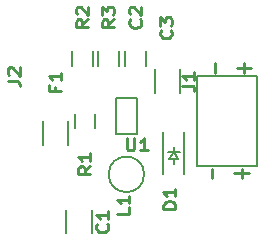
<source format=gto>
G04 #@! TF.FileFunction,Legend,Top*
%FSLAX46Y46*%
G04 Gerber Fmt 4.6, Leading zero omitted, Abs format (unit mm)*
G04 Created by KiCad (PCBNEW (after 2015-mar-04 BZR unknown)-product) date 2/17/2016 8:31:02 AM*
%MOMM*%
G01*
G04 APERTURE LIST*
%ADD10C,0.150000*%
%ADD11C,0.254000*%
%ADD12C,0.127000*%
%ADD13C,0.203200*%
G04 APERTURE END LIST*
D10*
D11*
X40275143Y-37287047D02*
X40275143Y-36512952D01*
X42751643Y-37287047D02*
X42751643Y-36512952D01*
X43356405Y-36900000D02*
X42146881Y-36900000D01*
X40475143Y-28387047D02*
X40475143Y-27612952D01*
X42951643Y-28387047D02*
X42951643Y-27612952D01*
X43556405Y-28000000D02*
X42346881Y-28000000D01*
D12*
X32111000Y-30576000D02*
X33889000Y-30576000D01*
X33889000Y-30576000D02*
X33889000Y-33624000D01*
X33889000Y-33624000D02*
X32111000Y-33624000D01*
X32111000Y-33624000D02*
X32111000Y-30576000D01*
D13*
X38960000Y-36310000D02*
X38960000Y-28690000D01*
X44040000Y-28690000D02*
X44040000Y-36310000D01*
X44040000Y-36310000D02*
X38960000Y-36310000D01*
X38960000Y-28690000D02*
X44040000Y-28690000D01*
D10*
X27925000Y-42000000D02*
X27925000Y-40000000D01*
X30075000Y-40000000D02*
X30075000Y-42000000D01*
X37575000Y-28100000D02*
X37575000Y-30100000D01*
X35425000Y-30100000D02*
X35425000Y-28100000D01*
X34675000Y-26600000D02*
X34675000Y-27800000D01*
X32925000Y-27800000D02*
X32925000Y-26600000D01*
X30375000Y-31900000D02*
X30375000Y-33100000D01*
X28625000Y-33100000D02*
X28625000Y-31900000D01*
X30175000Y-26600000D02*
X30175000Y-27800000D01*
X28425000Y-27800000D02*
X28425000Y-26600000D01*
X32375000Y-26600000D02*
X32375000Y-27800000D01*
X30625000Y-27800000D02*
X30625000Y-26600000D01*
X37000000Y-35717500D02*
X37000000Y-36098500D01*
X37000000Y-34701500D02*
X37000000Y-35082500D01*
X37000000Y-35082500D02*
X37381000Y-35717500D01*
X37381000Y-35717500D02*
X36619000Y-35717500D01*
X36619000Y-35717500D02*
X37000000Y-35082500D01*
X37508000Y-35082500D02*
X36492000Y-35082500D01*
X36100000Y-33400000D02*
X36100000Y-36940000D01*
X37900000Y-33400000D02*
X37900000Y-36940000D01*
X25925000Y-34500000D02*
X25925000Y-32500000D01*
X28075000Y-32500000D02*
X28075000Y-34500000D01*
X34500000Y-37000000D02*
G75*
G03X34500000Y-37000000I-1500000J0D01*
G01*
D11*
X22962619Y-29073000D02*
X23688333Y-29073000D01*
X23833476Y-29127428D01*
X23930238Y-29236285D01*
X23978619Y-29399571D01*
X23978619Y-29508428D01*
X23059381Y-28583143D02*
X23011000Y-28528714D01*
X22962619Y-28419857D01*
X22962619Y-28147714D01*
X23011000Y-28038857D01*
X23059381Y-27984428D01*
X23156143Y-27930000D01*
X23252905Y-27930000D01*
X23398048Y-27984428D01*
X23978619Y-28637571D01*
X23978619Y-27930000D01*
X33029143Y-33943619D02*
X33029143Y-34766095D01*
X33083571Y-34862857D01*
X33138000Y-34911238D01*
X33246857Y-34959619D01*
X33464571Y-34959619D01*
X33573429Y-34911238D01*
X33627857Y-34862857D01*
X33682286Y-34766095D01*
X33682286Y-33943619D01*
X34825286Y-34959619D02*
X34172143Y-34959619D01*
X34498715Y-34959619D02*
X34498715Y-33943619D01*
X34389858Y-34088762D01*
X34281000Y-34185524D01*
X34172143Y-34233905D01*
X37743619Y-29481000D02*
X38469333Y-29481000D01*
X38614476Y-29535428D01*
X38711238Y-29644285D01*
X38759619Y-29807571D01*
X38759619Y-29916428D01*
X38759619Y-28338000D02*
X38759619Y-28991143D01*
X38759619Y-28664571D02*
X37743619Y-28664571D01*
X37888762Y-28773428D01*
X37985524Y-28882286D01*
X38033905Y-28991143D01*
X31362857Y-41190499D02*
X31411238Y-41244928D01*
X31459619Y-41408214D01*
X31459619Y-41517071D01*
X31411238Y-41680356D01*
X31314476Y-41789214D01*
X31217714Y-41843642D01*
X31024190Y-41898071D01*
X30879048Y-41898071D01*
X30685524Y-41843642D01*
X30588762Y-41789214D01*
X30492000Y-41680356D01*
X30443619Y-41517071D01*
X30443619Y-41408214D01*
X30492000Y-41244928D01*
X30540381Y-41190499D01*
X31459619Y-40101928D02*
X31459619Y-40755071D01*
X31459619Y-40428499D02*
X30443619Y-40428499D01*
X30588762Y-40537356D01*
X30685524Y-40646214D01*
X30733905Y-40755071D01*
X36762857Y-24790499D02*
X36811238Y-24844928D01*
X36859619Y-25008214D01*
X36859619Y-25117071D01*
X36811238Y-25280356D01*
X36714476Y-25389214D01*
X36617714Y-25443642D01*
X36424190Y-25498071D01*
X36279048Y-25498071D01*
X36085524Y-25443642D01*
X35988762Y-25389214D01*
X35892000Y-25280356D01*
X35843619Y-25117071D01*
X35843619Y-25008214D01*
X35892000Y-24844928D01*
X35940381Y-24790499D01*
X35843619Y-24409499D02*
X35843619Y-23701928D01*
X36230667Y-24082928D01*
X36230667Y-23919642D01*
X36279048Y-23810785D01*
X36327429Y-23756356D01*
X36424190Y-23701928D01*
X36666095Y-23701928D01*
X36762857Y-23756356D01*
X36811238Y-23810785D01*
X36859619Y-23919642D01*
X36859619Y-24246214D01*
X36811238Y-24355071D01*
X36762857Y-24409499D01*
X34162857Y-23890499D02*
X34211238Y-23944928D01*
X34259619Y-24108214D01*
X34259619Y-24217071D01*
X34211238Y-24380356D01*
X34114476Y-24489214D01*
X34017714Y-24543642D01*
X33824190Y-24598071D01*
X33679048Y-24598071D01*
X33485524Y-24543642D01*
X33388762Y-24489214D01*
X33292000Y-24380356D01*
X33243619Y-24217071D01*
X33243619Y-24108214D01*
X33292000Y-23944928D01*
X33340381Y-23890499D01*
X33340381Y-23455071D02*
X33292000Y-23400642D01*
X33243619Y-23291785D01*
X33243619Y-23019642D01*
X33292000Y-22910785D01*
X33340381Y-22856356D01*
X33437143Y-22801928D01*
X33533905Y-22801928D01*
X33679048Y-22856356D01*
X34259619Y-23509499D01*
X34259619Y-22801928D01*
X29959619Y-36290499D02*
X29475810Y-36671499D01*
X29959619Y-36943642D02*
X28943619Y-36943642D01*
X28943619Y-36508214D01*
X28992000Y-36399356D01*
X29040381Y-36344928D01*
X29137143Y-36290499D01*
X29282286Y-36290499D01*
X29379048Y-36344928D01*
X29427429Y-36399356D01*
X29475810Y-36508214D01*
X29475810Y-36943642D01*
X29959619Y-35201928D02*
X29959619Y-35855071D01*
X29959619Y-35528499D02*
X28943619Y-35528499D01*
X29088762Y-35637356D01*
X29185524Y-35746214D01*
X29233905Y-35855071D01*
X29759619Y-23890499D02*
X29275810Y-24271499D01*
X29759619Y-24543642D02*
X28743619Y-24543642D01*
X28743619Y-24108214D01*
X28792000Y-23999356D01*
X28840381Y-23944928D01*
X28937143Y-23890499D01*
X29082286Y-23890499D01*
X29179048Y-23944928D01*
X29227429Y-23999356D01*
X29275810Y-24108214D01*
X29275810Y-24543642D01*
X28840381Y-23455071D02*
X28792000Y-23400642D01*
X28743619Y-23291785D01*
X28743619Y-23019642D01*
X28792000Y-22910785D01*
X28840381Y-22856356D01*
X28937143Y-22801928D01*
X29033905Y-22801928D01*
X29179048Y-22856356D01*
X29759619Y-23509499D01*
X29759619Y-22801928D01*
X31959619Y-23890499D02*
X31475810Y-24271499D01*
X31959619Y-24543642D02*
X30943619Y-24543642D01*
X30943619Y-24108214D01*
X30992000Y-23999356D01*
X31040381Y-23944928D01*
X31137143Y-23890499D01*
X31282286Y-23890499D01*
X31379048Y-23944928D01*
X31427429Y-23999356D01*
X31475810Y-24108214D01*
X31475810Y-24543642D01*
X30943619Y-23509499D02*
X30943619Y-22801928D01*
X31330667Y-23182928D01*
X31330667Y-23019642D01*
X31379048Y-22910785D01*
X31427429Y-22856356D01*
X31524190Y-22801928D01*
X31766095Y-22801928D01*
X31862857Y-22856356D01*
X31911238Y-22910785D01*
X31959619Y-23019642D01*
X31959619Y-23346214D01*
X31911238Y-23455071D01*
X31862857Y-23509499D01*
X37159619Y-39943642D02*
X36143619Y-39943642D01*
X36143619Y-39671499D01*
X36192000Y-39508214D01*
X36288762Y-39399356D01*
X36385524Y-39344928D01*
X36579048Y-39290499D01*
X36724190Y-39290499D01*
X36917714Y-39344928D01*
X37014476Y-39399356D01*
X37111238Y-39508214D01*
X37159619Y-39671499D01*
X37159619Y-39943642D01*
X37159619Y-38201928D02*
X37159619Y-38855071D01*
X37159619Y-38528499D02*
X36143619Y-38528499D01*
X36288762Y-38637356D01*
X36385524Y-38746214D01*
X36433905Y-38855071D01*
X26927429Y-29580999D02*
X26927429Y-29961999D01*
X27459619Y-29961999D02*
X26443619Y-29961999D01*
X26443619Y-29417713D01*
X27459619Y-28383571D02*
X27459619Y-29036714D01*
X27459619Y-28710142D02*
X26443619Y-28710142D01*
X26588762Y-28818999D01*
X26685524Y-28927857D01*
X26733905Y-29036714D01*
X33259619Y-39790499D02*
X33259619Y-40334785D01*
X32243619Y-40334785D01*
X33259619Y-38810785D02*
X33259619Y-39463928D01*
X33259619Y-39137356D02*
X32243619Y-39137356D01*
X32388762Y-39246213D01*
X32485524Y-39355071D01*
X32533905Y-39463928D01*
M02*

</source>
